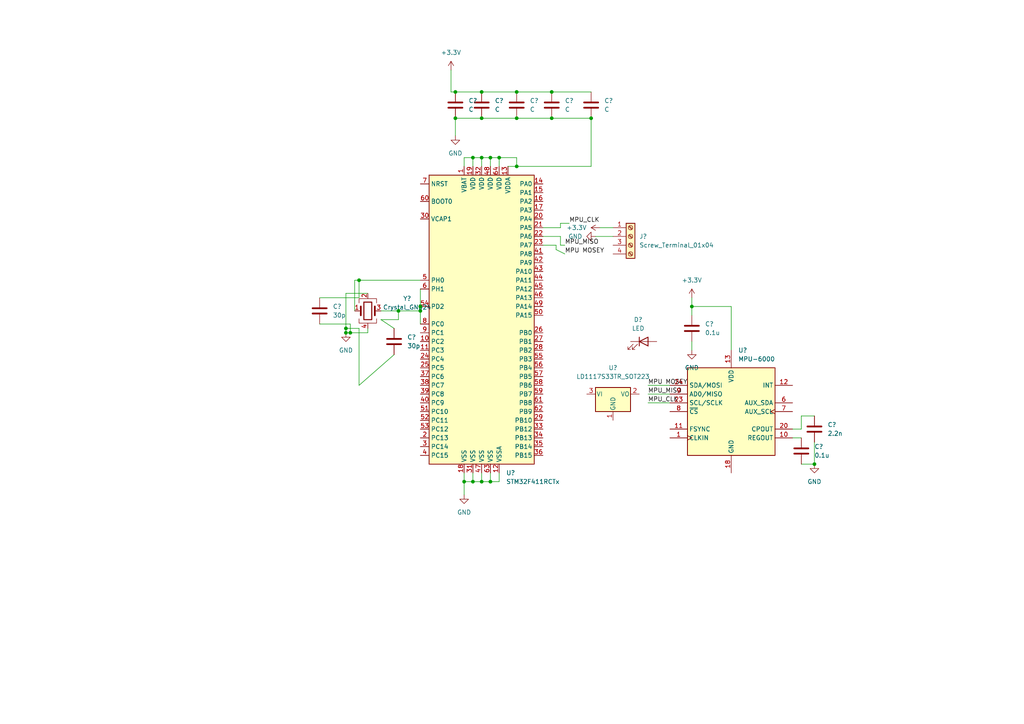
<source format=kicad_sch>
(kicad_sch (version 20211123) (generator eeschema)
  (paper "A4")
  (lib_symbols
    (symbol "Connector:Screw_Terminal_01x04" (pin_names (offset 1.016) hide)
      (property "Reference" "J" (at 0 5.08 0))
      (property "Value" "Screw_Terminal_01x04" (at 0 -7.62 0))
      (symbol "Screw_Terminal_01x04_1_1"
        (rectangle (start -1.27 3.81) (end 1.27 -6.35) (stroke (width 0.254)) (fill (type background)))
        (circle (center 0 -5.08) (radius 0.635) (stroke (width 0.1524)))
        (circle (center 0 -2.54) (radius 0.635) (stroke (width 0.1524)))
        (polyline (pts (xy -0.5334 -4.7498) (xy 0.3302 -5.588)) (stroke (width 0.1524)))
        (polyline (pts (xy -0.5334 -2.2098) (xy 0.3302 -3.048)) (stroke (width 0.1524)))
        (polyline (pts (xy -0.5334 0.3302) (xy 0.3302 -0.508)) (stroke (width 0.1524)))
        (polyline (pts (xy -0.5334 2.8702) (xy 0.3302 2.032)) (stroke (width 0.1524)))
        (polyline (pts (xy -0.3556 -4.572) (xy 0.508 -5.4102)) (stroke (width 0.1524)))
        (polyline (pts (xy -0.3556 -2.032) (xy 0.508 -2.8702)) (stroke (width 0.1524)))
        (polyline (pts (xy -0.3556 0.508) (xy 0.508 -0.3302)) (stroke (width 0.1524)))
        (polyline (pts (xy -0.3556 3.048) (xy 0.508 2.2098)) (stroke (width 0.1524)))
        (circle (center 0 0) (radius 0.635) (stroke (width 0.1524)))
        (circle (center 0 2.54) (radius 0.635) (stroke (width 0.1524)))
        (pin passive line (at -5.08 2.54 0) (length 3.81) (name "Pin_1") (number "1"))
        (pin passive line (at -5.08 0 0) (length 3.81) (name "Pin_2") (number "2"))
        (pin passive line (at -5.08 -2.54 0) (length 3.81) (name "Pin_3") (number "3"))
        (pin passive line (at -5.08 -5.08 0) (length 3.81) (name "Pin_4") (number "4"))
      )
    )
    (symbol "Device:C" (pin_numbers hide) (pin_names (offset 0.254))
      (property "Reference" "C" (at 0.635 2.54 0))
      (property "Value" "C" (at 0.635 -2.54 0))
      (symbol "C_0_1"
        (polyline (pts (xy -2.032 -0.762) (xy 2.032 -0.762)) (stroke (width 0.508)))
        (polyline (pts (xy -2.032 0.762) (xy 2.032 0.762)) (stroke (width 0.508)))
      )
      (symbol "C_1_1"
        (pin passive line (at 0 3.81 270) (length 2.794) (name "~") (number "1"))
        (pin passive line (at 0 -3.81 90) (length 2.794) (name "~") (number "2"))
      )
    )
    (symbol "Device:Crystal_GND24" (pin_names (offset 1.016) hide)
      (property "Reference" "Y" (at 3.175 5.08 0))
      (property "Value" "Crystal_GND24" (at 3.175 3.175 0))
      (symbol "Crystal_GND24_0_1"
        (rectangle (start -1.143 2.54) (end 1.143 -2.54) (stroke (width 0.3048)))
        (polyline (pts (xy -2.54 0) (xy -2.032 0)))
        (polyline (pts (xy -2.032 -1.27) (xy -2.032 1.27)) (stroke (width 0.508)))
        (polyline (pts (xy 0 -3.81) (xy 0 -3.556)))
        (polyline (pts (xy 0 3.556) (xy 0 3.81)))
        (polyline (pts (xy 2.032 -1.27) (xy 2.032 1.27)) (stroke (width 0.508)))
        (polyline (pts (xy 2.032 0) (xy 2.54 0)))
        (polyline (pts (xy -2.54 -2.286) (xy -2.54 -3.556) (xy 2.54 -3.556) (xy 2.54 -2.286)))
        (polyline (pts (xy -2.54 2.286) (xy -2.54 3.556) (xy 2.54 3.556) (xy 2.54 2.286)))
      )
      (symbol "Crystal_GND24_1_1"
        (pin passive line (at -3.81 0 0) (length 1.27) (name "1") (number "1"))
        (pin passive line (at 0 5.08 270) (length 1.27) (name "2") (number "2"))
        (pin passive line (at 3.81 0 180) (length 1.27) (name "3") (number "3"))
        (pin passive line (at 0 -5.08 90) (length 1.27) (name "4") (number "4"))
      )
    )
    (symbol "Device:LED" (pin_numbers hide) (pin_names (offset 1.016) hide)
      (property "Reference" "D" (at 0 2.54 0))
      (property "Value" "LED" (at 0 -2.54 0))
      (symbol "LED_0_1"
        (polyline (pts (xy -1.27 -1.27) (xy -1.27 1.27)) (stroke (width 0.254)))
        (polyline (pts (xy -1.27 0) (xy 1.27 0)))
        (polyline (pts (xy 1.27 -1.27) (xy 1.27 1.27) (xy -1.27 0) (xy 1.27 -1.27)) (stroke (width 0.254)))
        (polyline (pts (xy -3.048 -0.762) (xy -4.572 -2.286) (xy -3.81 -2.286) (xy -4.572 -2.286) (xy -4.572 -1.524)))
        (polyline (pts (xy -1.778 -0.762) (xy -3.302 -2.286) (xy -2.54 -2.286) (xy -3.302 -2.286) (xy -3.302 -1.524)))
      )
      (symbol "LED_1_1"
        (pin passive line (at -3.81 0 0) (length 2.54) (name "K") (number "1"))
        (pin passive line (at 3.81 0 180) (length 2.54) (name "A") (number "2"))
      )
    )
    (symbol "MCU_ST_STM32F4:STM32F411RCTx"
      (property "Reference" "U" (at -15.24 41.91 0))
      (property "Value" "STM32F411RCTx" (at 10.16 41.91 0))
      (symbol "STM32F411RCTx_0_1"
        (rectangle (start -15.24 -43.18) (end 15.24 40.64) (stroke (width 0.254)) (fill (type background)))
      )
      (symbol "STM32F411RCTx_1_1"
        (pin power_in line (at -5.08 43.18 270) (length 2.54) (name "VBAT") (number "1"))
        (pin bidirectional line (at -17.78 -7.62 0) (length 2.54) (name "PC2") (number "10"))
        (pin bidirectional line (at -17.78 -10.16 0) (length 2.54) (name "PC3") (number "11"))
        (pin power_in line (at 5.08 -45.72 90) (length 2.54) (name "VSSA") (number "12"))
        (pin power_in line (at 7.62 43.18 270) (length 2.54) (name "VDDA") (number "13"))
        (pin bidirectional line (at 17.78 38.1 180) (length 2.54) (name "PA0") (number "14"))
        (pin bidirectional line (at 17.78 35.56 180) (length 2.54) (name "PA1") (number "15"))
        (pin bidirectional line (at 17.78 33.02 180) (length 2.54) (name "PA2") (number "16"))
        (pin bidirectional line (at 17.78 30.48 180) (length 2.54) (name "PA3") (number "17"))
        (pin power_in line (at -5.08 -45.72 90) (length 2.54) (name "VSS") (number "18"))
        (pin power_in line (at -2.54 43.18 270) (length 2.54) (name "VDD") (number "19"))
        (pin bidirectional line (at -17.78 -35.56 0) (length 2.54) (name "PC13") (number "2"))
        (pin bidirectional line (at 17.78 27.94 180) (length 2.54) (name "PA4") (number "20"))
        (pin bidirectional line (at 17.78 25.4 180) (length 2.54) (name "PA5") (number "21"))
        (pin bidirectional line (at 17.78 22.86 180) (length 2.54) (name "PA6") (number "22"))
        (pin bidirectional line (at 17.78 20.32 180) (length 2.54) (name "PA7") (number "23"))
        (pin bidirectional line (at -17.78 -12.7 0) (length 2.54) (name "PC4") (number "24"))
        (pin bidirectional line (at -17.78 -15.24 0) (length 2.54) (name "PC5") (number "25"))
        (pin bidirectional line (at 17.78 -5.08 180) (length 2.54) (name "PB0") (number "26"))
        (pin bidirectional line (at 17.78 -7.62 180) (length 2.54) (name "PB1") (number "27"))
        (pin bidirectional line (at 17.78 -10.16 180) (length 2.54) (name "PB2") (number "28"))
        (pin bidirectional line (at 17.78 -30.48 180) (length 2.54) (name "PB10") (number "29"))
        (pin bidirectional line (at -17.78 -38.1 0) (length 2.54) (name "PC14") (number "3"))
        (pin power_in line (at -17.78 27.94 0) (length 2.54) (name "VCAP1") (number "30"))
        (pin power_in line (at -2.54 -45.72 90) (length 2.54) (name "VSS") (number "31"))
        (pin power_in line (at 0 43.18 270) (length 2.54) (name "VDD") (number "32"))
        (pin bidirectional line (at 17.78 -33.02 180) (length 2.54) (name "PB12") (number "33"))
        (pin bidirectional line (at 17.78 -35.56 180) (length 2.54) (name "PB13") (number "34"))
        (pin bidirectional line (at 17.78 -38.1 180) (length 2.54) (name "PB14") (number "35"))
        (pin bidirectional line (at 17.78 -40.64 180) (length 2.54) (name "PB15") (number "36"))
        (pin bidirectional line (at -17.78 -17.78 0) (length 2.54) (name "PC6") (number "37"))
        (pin bidirectional line (at -17.78 -20.32 0) (length 2.54) (name "PC7") (number "38"))
        (pin bidirectional line (at -17.78 -22.86 0) (length 2.54) (name "PC8") (number "39"))
        (pin bidirectional line (at -17.78 -40.64 0) (length 2.54) (name "PC15") (number "4"))
        (pin bidirectional line (at -17.78 -25.4 0) (length 2.54) (name "PC9") (number "40"))
        (pin bidirectional line (at 17.78 17.78 180) (length 2.54) (name "PA8") (number "41"))
        (pin bidirectional line (at 17.78 15.24 180) (length 2.54) (name "PA9") (number "42"))
        (pin bidirectional line (at 17.78 12.7 180) (length 2.54) (name "PA10") (number "43"))
        (pin bidirectional line (at 17.78 10.16 180) (length 2.54) (name "PA11") (number "44"))
        (pin bidirectional line (at 17.78 7.62 180) (length 2.54) (name "PA12") (number "45"))
        (pin bidirectional line (at 17.78 5.08 180) (length 2.54) (name "PA13") (number "46"))
        (pin power_in line (at 0 -45.72 90) (length 2.54) (name "VSS") (number "47"))
        (pin power_in line (at 2.54 43.18 270) (length 2.54) (name "VDD") (number "48"))
        (pin bidirectional line (at 17.78 2.54 180) (length 2.54) (name "PA14") (number "49"))
        (pin input line (at -17.78 10.16 0) (length 2.54) (name "PH0") (number "5"))
        (pin bidirectional line (at 17.78 0 180) (length 2.54) (name "PA15") (number "50"))
        (pin bidirectional line (at -17.78 -27.94 0) (length 2.54) (name "PC10") (number "51"))
        (pin bidirectional line (at -17.78 -30.48 0) (length 2.54) (name "PC11") (number "52"))
        (pin bidirectional line (at -17.78 -33.02 0) (length 2.54) (name "PC12") (number "53"))
        (pin bidirectional line (at -17.78 2.54 0) (length 2.54) (name "PD2") (number "54"))
        (pin bidirectional line (at 17.78 -12.7 180) (length 2.54) (name "PB3") (number "55"))
        (pin bidirectional line (at 17.78 -15.24 180) (length 2.54) (name "PB4") (number "56"))
        (pin bidirectional line (at 17.78 -17.78 180) (length 2.54) (name "PB5") (number "57"))
        (pin bidirectional line (at 17.78 -20.32 180) (length 2.54) (name "PB6") (number "58"))
        (pin bidirectional line (at 17.78 -22.86 180) (length 2.54) (name "PB7") (number "59"))
        (pin input line (at -17.78 7.62 0) (length 2.54) (name "PH1") (number "6"))
        (pin input line (at -17.78 33.02 0) (length 2.54) (name "BOOT0") (number "60"))
        (pin bidirectional line (at 17.78 -25.4 180) (length 2.54) (name "PB8") (number "61"))
        (pin bidirectional line (at 17.78 -27.94 180) (length 2.54) (name "PB9") (number "62"))
        (pin power_in line (at 2.54 -45.72 90) (length 2.54) (name "VSS") (number "63"))
        (pin power_in line (at 5.08 43.18 270) (length 2.54) (name "VDD") (number "64"))
        (pin input line (at -17.78 38.1 0) (length 2.54) (name "NRST") (number "7"))
        (pin bidirectional line (at -17.78 -2.54 0) (length 2.54) (name "PC0") (number "8"))
        (pin bidirectional line (at -17.78 -5.08 0) (length 2.54) (name "PC1") (number "9"))
      )
    )
    (symbol "Regulator_Linear:LD1117S33TR_SOT223" (pin_names (offset 0.254))
      (property "Reference" "U" (at -3.81 3.175 0))
      (property "Value" "LD1117S33TR_SOT223" (at 0 3.175 0))
      (symbol "LD1117S33TR_SOT223_0_1"
        (rectangle (start -5.08 -5.08) (end 5.08 1.905) (stroke (width 0.254)) (fill (type background)))
      )
      (symbol "LD1117S33TR_SOT223_1_1"
        (pin power_in line (at 0 -7.62 90) (length 2.54) (name "GND") (number "1"))
        (pin power_out line (at 7.62 0 180) (length 2.54) (name "VO") (number "2"))
        (pin power_in line (at -7.62 0 0) (length 2.54) (name "VI") (number "3"))
      )
    )
    (symbol "Sensor_Motion:MPU-6000"
      (property "Reference" "U" (at -11.43 13.97 0))
      (property "Value" "MPU-6000" (at 7.62 -13.97 0))
      (symbol "MPU-6000_0_1"
        (rectangle (start -12.7 12.7) (end 12.7 -12.7) (stroke (width 0.254)) (fill (type background)))
      )
      (symbol "MPU-6000_1_1"
        (pin input clock (at -17.78 -7.62 0) (length 5.08) (name "CLKIN") (number "1"))
        (pin passive line (at 17.78 -7.62 180) (length 5.08) (name "REGOUT") (number "10"))
        (pin input line (at -17.78 -5.08 0) (length 5.08) (name "FSYNC") (number "11"))
        (pin output line (at 17.78 7.62 180) (length 5.08) (name "INT") (number "12"))
        (pin power_in line (at 0 17.78 270) (length 5.08) (name "VDD") (number "13"))
        (pin power_in line (at 0 -17.78 90) (length 5.08) (name "GND") (number "18"))
        (pin passive line (at 17.78 -5.08 180) (length 5.08) (name "CPOUT") (number "20"))
        (pin input line (at -17.78 2.54 0) (length 5.08) (name "SCL/SCLK") (number "23"))
        (pin bidirectional line (at -17.78 7.62 0) (length 5.08) (name "SDA/MOSI") (number "24"))
        (pin bidirectional line (at 17.78 2.54 180) (length 5.08) (name "AUX_SDA") (number "6"))
        (pin output clock (at 17.78 0 180) (length 5.08) (name "AUX_SCL") (number "7"))
        (pin input line (at -17.78 0 0) (length 5.08) (name "~{CS}") (number "8"))
        (pin bidirectional line (at -17.78 5.08 0) (length 5.08) (name "AD0/MISO") (number "9"))
      )
    )
    (symbol "power:+3.3V" (power) (pin_names (offset 0))
      (property "Value" "+3.3V" (at 0 3.556 0))
      (symbol "+3.3V_0_1"
        (polyline (pts (xy -0.762 1.27) (xy 0 2.54)))
        (polyline (pts (xy 0 0) (xy 0 2.54)))
        (polyline (pts (xy 0 2.54) (xy 0.762 1.27)))
      )
      (symbol "+3.3V_1_1"
        (pin power_in line (at 0 0 90) (length 0) hide (name "+3.3V") (number "1"))
      )
    )
    (symbol "power:GND" (power) (pin_names (offset 0))
      (property "Value" "GND" (at 0 -3.81 0))
      (symbol "GND_0_1"
        (polyline (pts (xy 0 0) (xy 0 -1.27) (xy 1.27 -1.27) (xy 0 -2.54) (xy -1.27 -1.27) (xy 0 -1.27)))
      )
      (symbol "GND_1_1"
        (pin power_in line (at 0 0 270) (length 0) hide (name "GND") (number "1"))
      )
    )
  )
  (junction (at 149.86 26.67))
  (junction (at 121.92 90.17))
  (junction (at 121.92 88.9))
  (junction (at 144.78 45.72))
  (junction (at 236.22 134.62))
  (junction (at 137.16 139.7))
  (junction (at 139.7 45.72))
  (junction (at 200.66 88.9))
  (junction (at 139.7 26.67))
  (junction (at 100.33 96.52))
  (junction (at 104.14 81.28))
  (junction (at 115.57 90.17))
  (junction (at 139.7 34.29))
  (junction (at 149.86 48.26))
  (junction (at 160.02 26.67))
  (junction (at 142.24 45.72))
  (junction (at 132.08 34.29))
  (junction (at 101.6 96.52))
  (junction (at 171.45 34.29))
  (junction (at 149.86 34.29))
  (junction (at 137.16 45.72))
  (junction (at 142.24 139.7))
  (junction (at 139.7 139.7))
  (junction (at 100.33 95.25))
  (junction (at 132.08 26.67))
  (junction (at 134.62 139.7))
  (junction (at 160.02 34.29))
  (wire (pts (xy 149.86 34.29) (xy 160.02 34.29)))
  (wire (pts (xy 161.29 71.12) (xy 161.29 72.39)))
  (wire (pts (xy 137.16 45.72) (xy 134.62 45.72)))
  (wire (pts (xy 144.78 45.72) (xy 142.24 45.72)))
  (wire (pts (xy 110.49 90.17) (xy 115.57 90.17)))
  (wire (pts (xy 157.48 71.12) (xy 161.29 71.12)))
  (wire (pts (xy 200.66 88.9) (xy 212.09 88.9)))
  (wire (pts (xy 161.29 72.39) (xy 163.83 73.66)))
  (wire (pts (xy 106.68 96.52) (xy 106.68 95.25)))
  (wire (pts (xy 139.7 139.7) (xy 137.16 139.7)))
  (wire (pts (xy 132.08 26.67) (xy 139.7 26.67)))
  (wire (pts (xy 232.41 124.46) (xy 232.41 120.65)))
  (wire (pts (xy 149.86 48.26) (xy 149.86 45.72)))
  (wire (pts (xy 92.71 86.36) (xy 104.14 86.36)))
  (wire (pts (xy 139.7 137.16) (xy 139.7 139.7)))
  (wire (pts (xy 92.71 93.98) (xy 101.6 93.98)))
  (wire (pts (xy 160.02 34.29) (xy 171.45 34.29)))
  (wire (pts (xy 157.48 66.04) (xy 162.56 66.04)))
  (wire (pts (xy 114.3 102.87) (xy 104.14 111.76)))
  (wire (pts (xy 100.33 85.09) (xy 106.68 85.09)))
  (wire (pts (xy 137.16 45.72) (xy 137.16 48.26)))
  (wire (pts (xy 121.92 83.82) (xy 121.92 88.9)))
  (wire (pts (xy 134.62 45.72) (xy 134.62 48.26)))
  (wire (pts (xy 114.3 95.25) (xy 110.49 92.71)))
  (wire (pts (xy 100.33 96.52) (xy 100.33 95.25)))
  (wire (pts (xy 104.14 86.36) (xy 104.14 81.28)))
  (wire (pts (xy 139.7 34.29) (xy 149.86 34.29)))
  (wire (pts (xy 149.86 26.67) (xy 160.02 26.67)))
  (wire (pts (xy 144.78 139.7) (xy 142.24 139.7)))
  (wire (pts (xy 104.14 111.76) (xy 104.14 95.25)))
  (wire (pts (xy 187.96 114.3) (xy 194.31 114.3)))
  (wire (pts (xy 162.56 68.58) (xy 162.56 71.12)))
  (wire (pts (xy 157.48 68.58) (xy 162.56 68.58)))
  (wire (pts (xy 132.08 34.29) (xy 139.7 34.29)))
  (wire (pts (xy 162.56 64.77) (xy 165.1 64.77)))
  (wire (pts (xy 144.78 45.72) (xy 144.78 48.26)))
  (wire (pts (xy 212.09 88.9) (xy 212.09 101.6)))
  (wire (pts (xy 160.02 26.67) (xy 171.45 26.67)))
  (wire (pts (xy 162.56 66.04) (xy 162.56 64.77)))
  (wire (pts (xy 144.78 137.16) (xy 144.78 139.7)))
  (wire (pts (xy 139.7 45.72) (xy 139.7 48.26)))
  (wire (pts (xy 229.87 124.46) (xy 232.41 124.46)))
  (wire (pts (xy 104.14 81.28) (xy 102.87 81.28)))
  (wire (pts (xy 110.49 92.71) (xy 115.57 92.71)))
  (wire (pts (xy 139.7 45.72) (xy 137.16 45.72)))
  (wire (pts (xy 121.92 90.17) (xy 121.92 93.98)))
  (wire (pts (xy 130.81 20.32) (xy 130.81 26.67)))
  (wire (pts (xy 236.22 128.27) (xy 236.22 134.62)))
  (wire (pts (xy 121.92 81.28) (xy 104.14 81.28)))
  (wire (pts (xy 132.08 34.29) (xy 132.08 39.37)))
  (wire (pts (xy 142.24 139.7) (xy 139.7 139.7)))
  (wire (pts (xy 100.33 96.52) (xy 101.6 96.52)))
  (wire (pts (xy 187.96 116.84) (xy 194.31 116.84)))
  (wire (pts (xy 115.57 92.71) (xy 115.57 90.17)))
  (wire (pts (xy 101.6 96.52) (xy 106.68 96.52)))
  (wire (pts (xy 102.87 81.28) (xy 102.87 90.17)))
  (wire (pts (xy 200.66 99.06) (xy 200.66 101.6)))
  (wire (pts (xy 149.86 48.26) (xy 147.32 48.26)))
  (wire (pts (xy 232.41 120.65) (xy 236.22 120.65)))
  (wire (pts (xy 100.33 95.25) (xy 100.33 85.09)))
  (wire (pts (xy 162.56 71.12) (xy 163.83 71.12)))
  (wire (pts (xy 115.57 90.17) (xy 121.92 90.17)))
  (wire (pts (xy 130.81 26.67) (xy 132.08 26.67)))
  (wire (pts (xy 187.96 111.76) (xy 194.31 111.76)))
  (wire (pts (xy 142.24 45.72) (xy 139.7 45.72)))
  (wire (pts (xy 101.6 93.98) (xy 101.6 96.52)))
  (wire (pts (xy 232.41 134.62) (xy 236.22 134.62)))
  (wire (pts (xy 142.24 137.16) (xy 142.24 139.7)))
  (wire (pts (xy 171.45 48.26) (xy 149.86 48.26)))
  (wire (pts (xy 134.62 139.7) (xy 134.62 143.51)))
  (wire (pts (xy 200.66 86.36) (xy 200.66 88.9)))
  (wire (pts (xy 134.62 137.16) (xy 134.62 139.7)))
  (wire (pts (xy 121.92 88.9) (xy 121.92 90.17)))
  (wire (pts (xy 139.7 26.67) (xy 149.86 26.67)))
  (wire (pts (xy 171.45 34.29) (xy 171.45 48.26)))
  (wire (pts (xy 172.72 68.58) (xy 177.8 68.58)))
  (wire (pts (xy 149.86 45.72) (xy 144.78 45.72)))
  (wire (pts (xy 137.16 139.7) (xy 134.62 139.7)))
  (wire (pts (xy 229.87 127) (xy 232.41 127)))
  (wire (pts (xy 173.99 66.04) (xy 177.8 66.04)))
  (wire (pts (xy 200.66 88.9) (xy 200.66 91.44)))
  (wire (pts (xy 104.14 95.25) (xy 100.33 95.25)))
  (wire (pts (xy 142.24 45.72) (xy 142.24 48.26)))
  (wire (pts (xy 137.16 137.16) (xy 137.16 139.7)))
  (label "MPU MOSEY" (at 163.83 73.66 0))
  (label "MPU MOSEY" (at 187.96 111.76 0))
  (label "MPU_CLK" (at 187.96 116.84 0))
  (label "MPU_CLK" (at 165.1 64.77 0))
  (label "MPU_MISO" (at 187.96 114.3 0))
  (label "MPU_MISO" (at 163.83 71.12 0))
  (symbol (lib_id "power:+3.3V") (at 200.66 86.36 0) (unit 1)
    (property "Reference" "#PWR?" (effects hide))
    (property "Value" "+3.3V" (at 200.66 81.28 0))
  )
  (symbol (lib_id "power:GND") (at 134.62 143.51 0) (unit 1)
    (property "Reference" "#PWR?" (effects hide))
    (property "Value" "GND" (at 134.62 148.59 0))
  )
  (symbol (lib_id "power:GND") (at 100.33 96.52 0) (unit 1)
    (property "Reference" "#PWR?" (effects hide))
    (property "Value" "GND" (at 100.33 101.6 0))
  )
  (symbol (lib_id "power:GND") (at 200.66 101.6 0) (unit 1)
    (property "Reference" "#PWR?" (effects hide))
    (property "Value" "GND" (at 200.66 106.68 0))
  )
  (symbol (lib_id "Device:C") (at 200.66 95.25 0) (unit 1)
    (property "Reference" "C?" (at 204.47 93.9799 0) (effects (justify left)))
    (property "Value" "0.1u" (at 204.47 96.5199 0) (effects (justify left)))
  )
  (symbol (lib_id "Device:C") (at 114.3 99.06 0) (unit 1)
    (property "Reference" "C?" (at 118.11 97.7899 0) (effects (justify left)))
    (property "Value" "30p" (at 118.11 100.3299 0) (effects (justify left)))
  )
  (symbol (lib_id "power:GND") (at 172.72 68.58 270) (unit 1)
    (property "Reference" "#PWR?" (effects hide))
    (property "Value" "GND" (at 168.91 68.5799 90) (effects (justify right)))
  )
  (symbol (lib_id "Device:C") (at 92.71 90.17 0) (unit 1)
    (property "Reference" "C?" (at 96.52 88.8999 0) (effects (justify left)))
    (property "Value" "30p" (at 96.52 91.4399 0) (effects (justify left)))
  )
  (symbol (lib_id "Connector:Screw_Terminal_01x04") (at 182.88 68.58 0) (unit 1)
    (property "Reference" "J?" (at 185.42 68.5799 0) (effects (justify left)))
    (property "Value" "Screw_Terminal_01x04" (at 185.42 71.1199 0) (effects (justify left)))
  )
  (symbol (lib_id "MCU_ST_STM32F4:STM32F411RCTx") (at 139.7 91.44 0) (unit 1)
    (property "Reference" "U?" (at 146.7994 137.16 0) (effects (justify left)))
    (property "Value" "STM32F411RCTx" (at 146.7994 139.7 0) (effects (justify left)))
    (property "Footprint" "Package_QFP:LQFP-64_10x10mm_P0.5mm" (effects hide))
    (property "Datasheet" "http://www.st.com/st-web-ui/static/active/en/resource/technical/document/datasheet/DM00115249.pdf" (effects hide))
  )
  (symbol (lib_id "power:+3.3V") (at 130.81 20.32 0) (unit 1)
    (property "Reference" "#PWR?" (effects hide))
    (property "Value" "+3.3V" (at 130.81 15.24 0))
  )
  (symbol (lib_id "Device:C") (at 171.45 30.48 0) (unit 1)
    (property "Reference" "C?" (at 175.26 29.2099 0) (effects (justify left)))
    (property "Value" "C" (at 175.26 31.7499 0) (effects (justify left)))
  )
  (symbol (lib_id "Device:C") (at 232.41 130.81 0) (unit 1)
    (property "Reference" "C?" (at 236.22 129.5399 0) (effects (justify left)))
    (property "Value" "0.1u" (at 236.22 132.0799 0) (effects (justify left)))
  )
  (symbol (lib_id "Device:C") (at 139.7 30.48 0) (unit 1)
    (property "Reference" "C?" (at 143.51 29.2099 0) (effects (justify left)))
    (property "Value" "C" (at 143.51 31.7499 0) (effects (justify left)))
  )
  (symbol (lib_id "Sensor_Motion:MPU-6000") (at 212.09 119.38 0) (unit 1)
    (property "Reference" "U?" (at 214.1094 101.6 0) (effects (justify left)))
    (property "Value" "MPU-6000" (at 214.1094 104.14 0) (effects (justify left)))
    (property "Footprint" "Sensor_Motion:InvenSense_QFN-24_4x4mm_P0.5mm" (effects hide))
    (property "Datasheet" "https://store.invensense.com/datasheets/invensense/MPU-6050_DataSheet_V3%204.pdf" (effects hide))
  )
  (symbol (lib_id "power:+3.3V") (at 173.99 66.04 90) (unit 1)
    (property "Reference" "#PWR?" (effects hide))
    (property "Value" "+3.3V" (at 170.18 66.0399 90) (effects (justify left)))
  )
  (symbol (lib_id "power:GND") (at 236.22 134.62 0) (unit 1)
    (property "Reference" "#PWR?" (effects hide))
    (property "Value" "GND" (at 236.22 139.7 0))
  )
  (symbol (lib_id "Regulator_Linear:LD1117S33TR_SOT223") (at 177.8 114.3 0) (unit 1)
    (property "Reference" "U?" (at 177.8 106.68 0))
    (property "Value" "LD1117S33TR_SOT223" (at 177.8 109.22 0))
    (property "Footprint" "Package_TO_SOT_SMD:SOT-223-3_TabPin2" (effects hide))
    (property "Datasheet" "http://www.st.com/st-web-ui/static/active/en/resource/technical/document/datasheet/CD00000544.pdf" (effects hide))
  )
  (symbol (lib_id "Device:C") (at 160.02 30.48 0) (unit 1)
    (property "Reference" "C?" (at 163.83 29.2099 0) (effects (justify left)))
    (property "Value" "C" (at 163.83 31.7499 0) (effects (justify left)))
  )
  (symbol (lib_id "power:GND") (at 132.08 39.37 0) (unit 1)
    (property "Reference" "#PWR?" (effects hide))
    (property "Value" "GND" (at 132.08 44.45 0))
  )
  (symbol (lib_id "Device:C") (at 236.22 124.46 0) (unit 1)
    (property "Reference" "C?" (at 240.03 123.1899 0) (effects (justify left)))
    (property "Value" "2.2n" (at 240.03 125.7299 0) (effects (justify left)))
  )
  (symbol (lib_id "Device:LED") (at 186.69 99.06 0) (unit 1)
    (property "Reference" "D?" (at 185.1025 92.71 0))
    (property "Value" "LED" (at 185.1025 95.25 0))
  )
  (symbol (lib_id "Device:C") (at 149.86 30.48 0) (unit 1)
    (property "Reference" "C?" (at 153.67 29.2099 0) (effects (justify left)))
    (property "Value" "C" (at 153.67 31.7499 0) (effects (justify left)))
  )
  (symbol (lib_id "Device:C") (at 132.08 30.48 0) (unit 1)
    (property "Reference" "C?" (at 135.89 29.2099 0) (effects (justify left)))
    (property "Value" "C" (at 135.89 31.7499 0) (effects (justify left)))
  )
  (symbol (lib_id "Device:Crystal_GND24") (at 106.68 90.17 0) (unit 1)
    (property "Reference" "Y?" (at 118.11 86.5886 0))
    (property "Value" "Crystal_GND24" (at 118.11 89.1286 0))
  )
)
</source>
